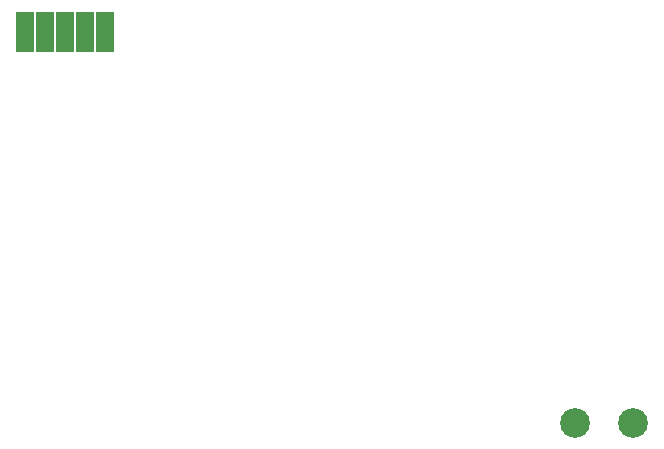
<source format=gtp>
G04 Layer_Color=8421504*
%FSLAX25Y25*%
%MOIN*%
G70*
G01*
G75*
%ADD50R,0.05937X0.13811*%
%ADD51C,0.09874*%
D50*
X1255118Y959350D02*
D03*
X1248425D02*
D03*
X1241732D02*
D03*
X1235039D02*
D03*
X1228347D02*
D03*
D51*
X1411909Y828740D02*
D03*
X1431201Y828937D02*
D03*
M02*

</source>
